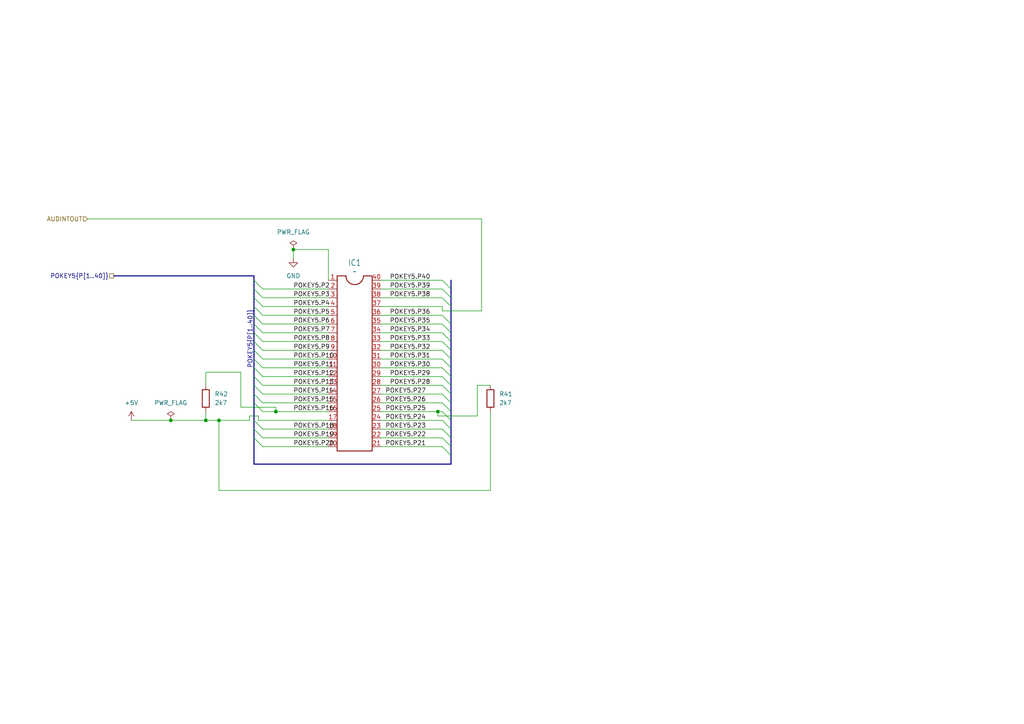
<source format=kicad_sch>
(kicad_sch
	(version 20250114)
	(generator "eeschema")
	(generator_version "9.0")
	(uuid "3e52fe32-0f8d-444f-8a4c-71cf9324a62d")
	(paper "A4")
	(lib_symbols
		(symbol "Device:R"
			(pin_numbers
				(hide yes)
			)
			(pin_names
				(offset 0)
			)
			(exclude_from_sim no)
			(in_bom yes)
			(on_board yes)
			(property "Reference" "R"
				(at 2.032 0 90)
				(effects
					(font
						(size 1.27 1.27)
					)
				)
			)
			(property "Value" "R"
				(at 0 0 90)
				(effects
					(font
						(size 1.27 1.27)
					)
				)
			)
			(property "Footprint" ""
				(at -1.778 0 90)
				(effects
					(font
						(size 1.27 1.27)
					)
					(hide yes)
				)
			)
			(property "Datasheet" "~"
				(at 0 0 0)
				(effects
					(font
						(size 1.27 1.27)
					)
					(hide yes)
				)
			)
			(property "Description" "Resistor"
				(at 0 0 0)
				(effects
					(font
						(size 1.27 1.27)
					)
					(hide yes)
				)
			)
			(property "ki_keywords" "R res resistor"
				(at 0 0 0)
				(effects
					(font
						(size 1.27 1.27)
					)
					(hide yes)
				)
			)
			(property "ki_fp_filters" "R_*"
				(at 0 0 0)
				(effects
					(font
						(size 1.27 1.27)
					)
					(hide yes)
				)
			)
			(symbol "R_0_1"
				(rectangle
					(start -1.016 -2.54)
					(end 1.016 2.54)
					(stroke
						(width 0.254)
						(type default)
					)
					(fill
						(type none)
					)
				)
			)
			(symbol "R_1_1"
				(pin passive line
					(at 0 3.81 270)
					(length 1.27)
					(name "~"
						(effects
							(font
								(size 1.27 1.27)
							)
						)
					)
					(number "1"
						(effects
							(font
								(size 1.27 1.27)
							)
						)
					)
				)
				(pin passive line
					(at 0 -3.81 90)
					(length 1.27)
					(name "~"
						(effects
							(font
								(size 1.27 1.27)
							)
						)
					)
					(number "2"
						(effects
							(font
								(size 1.27 1.27)
							)
						)
					)
				)
			)
			(embedded_fonts no)
		)
		(symbol "ic-package:DIL40"
			(exclude_from_sim no)
			(in_bom yes)
			(on_board yes)
			(property "Reference" "IC"
				(at -4.445 24.765 0)
				(effects
					(font
						(size 1.778 1.5113)
					)
					(justify left bottom)
				)
			)
			(property "Value" ""
				(at -4.445 -29.21 0)
				(effects
					(font
						(size 1.778 1.5113)
					)
					(justify left bottom)
				)
			)
			(property "Footprint" "ic-package:DIL40"
				(at 0 0 0)
				(effects
					(font
						(size 1.27 1.27)
					)
					(hide yes)
				)
			)
			(property "Datasheet" ""
				(at 0 0 0)
				(effects
					(font
						(size 1.27 1.27)
					)
					(hide yes)
				)
			)
			(property "Description" "Dual In Line"
				(at 0 0 0)
				(effects
					(font
						(size 1.27 1.27)
					)
					(hide yes)
				)
			)
			(property "ki_locked" ""
				(at 0 0 0)
				(effects
					(font
						(size 1.27 1.27)
					)
				)
			)
			(symbol "DIL40_1_0"
				(polyline
					(pts
						(xy -5.08 24.13) (xy -5.08 -26.67)
					)
					(stroke
						(width 0.254)
						(type solid)
					)
					(fill
						(type none)
					)
				)
				(polyline
					(pts
						(xy -5.08 24.13) (xy -2.54 24.13)
					)
					(stroke
						(width 0.254)
						(type solid)
					)
					(fill
						(type none)
					)
				)
				(polyline
					(pts
						(xy -5.08 -26.67) (xy 5.08 -26.67)
					)
					(stroke
						(width 0.254)
						(type solid)
					)
					(fill
						(type none)
					)
				)
				(arc
					(start 2.54 24.13)
					(mid 0 21.59)
					(end -2.54 24.13)
					(stroke
						(width 0.254)
						(type solid)
					)
					(fill
						(type none)
					)
				)
				(polyline
					(pts
						(xy 5.08 24.13) (xy 2.54 24.13)
					)
					(stroke
						(width 0.254)
						(type solid)
					)
					(fill
						(type none)
					)
				)
				(polyline
					(pts
						(xy 5.08 -26.67) (xy 5.08 24.13)
					)
					(stroke
						(width 0.254)
						(type solid)
					)
					(fill
						(type none)
					)
				)
				(pin passive line
					(at -7.62 22.86 0)
					(length 2.54)
					(name "1"
						(effects
							(font
								(size 0 0)
							)
						)
					)
					(number "1"
						(effects
							(font
								(size 1.27 1.27)
							)
						)
					)
				)
				(pin passive line
					(at -7.62 20.32 0)
					(length 2.54)
					(name "2"
						(effects
							(font
								(size 0 0)
							)
						)
					)
					(number "2"
						(effects
							(font
								(size 1.27 1.27)
							)
						)
					)
				)
				(pin passive line
					(at -7.62 17.78 0)
					(length 2.54)
					(name "3"
						(effects
							(font
								(size 0 0)
							)
						)
					)
					(number "3"
						(effects
							(font
								(size 1.27 1.27)
							)
						)
					)
				)
				(pin passive line
					(at -7.62 15.24 0)
					(length 2.54)
					(name "4"
						(effects
							(font
								(size 0 0)
							)
						)
					)
					(number "4"
						(effects
							(font
								(size 1.27 1.27)
							)
						)
					)
				)
				(pin passive line
					(at -7.62 12.7 0)
					(length 2.54)
					(name "5"
						(effects
							(font
								(size 0 0)
							)
						)
					)
					(number "5"
						(effects
							(font
								(size 1.27 1.27)
							)
						)
					)
				)
				(pin passive line
					(at -7.62 10.16 0)
					(length 2.54)
					(name "6"
						(effects
							(font
								(size 0 0)
							)
						)
					)
					(number "6"
						(effects
							(font
								(size 1.27 1.27)
							)
						)
					)
				)
				(pin passive line
					(at -7.62 7.62 0)
					(length 2.54)
					(name "7"
						(effects
							(font
								(size 0 0)
							)
						)
					)
					(number "7"
						(effects
							(font
								(size 1.27 1.27)
							)
						)
					)
				)
				(pin passive line
					(at -7.62 5.08 0)
					(length 2.54)
					(name "8"
						(effects
							(font
								(size 0 0)
							)
						)
					)
					(number "8"
						(effects
							(font
								(size 1.27 1.27)
							)
						)
					)
				)
				(pin passive line
					(at -7.62 2.54 0)
					(length 2.54)
					(name "9"
						(effects
							(font
								(size 0 0)
							)
						)
					)
					(number "9"
						(effects
							(font
								(size 1.27 1.27)
							)
						)
					)
				)
				(pin passive line
					(at -7.62 0 0)
					(length 2.54)
					(name "10"
						(effects
							(font
								(size 0 0)
							)
						)
					)
					(number "10"
						(effects
							(font
								(size 1.27 1.27)
							)
						)
					)
				)
				(pin passive line
					(at -7.62 -2.54 0)
					(length 2.54)
					(name "11"
						(effects
							(font
								(size 0 0)
							)
						)
					)
					(number "11"
						(effects
							(font
								(size 1.27 1.27)
							)
						)
					)
				)
				(pin passive line
					(at -7.62 -5.08 0)
					(length 2.54)
					(name "12"
						(effects
							(font
								(size 0 0)
							)
						)
					)
					(number "12"
						(effects
							(font
								(size 1.27 1.27)
							)
						)
					)
				)
				(pin passive line
					(at -7.62 -7.62 0)
					(length 2.54)
					(name "13"
						(effects
							(font
								(size 0 0)
							)
						)
					)
					(number "13"
						(effects
							(font
								(size 1.27 1.27)
							)
						)
					)
				)
				(pin passive line
					(at -7.62 -10.16 0)
					(length 2.54)
					(name "14"
						(effects
							(font
								(size 0 0)
							)
						)
					)
					(number "14"
						(effects
							(font
								(size 1.27 1.27)
							)
						)
					)
				)
				(pin passive line
					(at -7.62 -12.7 0)
					(length 2.54)
					(name "15"
						(effects
							(font
								(size 0 0)
							)
						)
					)
					(number "15"
						(effects
							(font
								(size 1.27 1.27)
							)
						)
					)
				)
				(pin passive line
					(at -7.62 -15.24 0)
					(length 2.54)
					(name "16"
						(effects
							(font
								(size 0 0)
							)
						)
					)
					(number "16"
						(effects
							(font
								(size 1.27 1.27)
							)
						)
					)
				)
				(pin passive line
					(at -7.62 -17.78 0)
					(length 2.54)
					(name "17"
						(effects
							(font
								(size 0 0)
							)
						)
					)
					(number "17"
						(effects
							(font
								(size 1.27 1.27)
							)
						)
					)
				)
				(pin passive line
					(at -7.62 -20.32 0)
					(length 2.54)
					(name "18"
						(effects
							(font
								(size 0 0)
							)
						)
					)
					(number "18"
						(effects
							(font
								(size 1.27 1.27)
							)
						)
					)
				)
				(pin passive line
					(at -7.62 -22.86 0)
					(length 2.54)
					(name "19"
						(effects
							(font
								(size 0 0)
							)
						)
					)
					(number "19"
						(effects
							(font
								(size 1.27 1.27)
							)
						)
					)
				)
				(pin passive line
					(at -7.62 -25.4 0)
					(length 2.54)
					(name "20"
						(effects
							(font
								(size 0 0)
							)
						)
					)
					(number "20"
						(effects
							(font
								(size 1.27 1.27)
							)
						)
					)
				)
				(pin passive line
					(at 7.62 22.86 180)
					(length 2.54)
					(name "40"
						(effects
							(font
								(size 0 0)
							)
						)
					)
					(number "40"
						(effects
							(font
								(size 1.27 1.27)
							)
						)
					)
				)
				(pin passive line
					(at 7.62 20.32 180)
					(length 2.54)
					(name "39"
						(effects
							(font
								(size 0 0)
							)
						)
					)
					(number "39"
						(effects
							(font
								(size 1.27 1.27)
							)
						)
					)
				)
				(pin passive line
					(at 7.62 17.78 180)
					(length 2.54)
					(name "38"
						(effects
							(font
								(size 0 0)
							)
						)
					)
					(number "38"
						(effects
							(font
								(size 1.27 1.27)
							)
						)
					)
				)
				(pin passive line
					(at 7.62 15.24 180)
					(length 2.54)
					(name "37"
						(effects
							(font
								(size 0 0)
							)
						)
					)
					(number "37"
						(effects
							(font
								(size 1.27 1.27)
							)
						)
					)
				)
				(pin passive line
					(at 7.62 12.7 180)
					(length 2.54)
					(name "36"
						(effects
							(font
								(size 0 0)
							)
						)
					)
					(number "36"
						(effects
							(font
								(size 1.27 1.27)
							)
						)
					)
				)
				(pin passive line
					(at 7.62 10.16 180)
					(length 2.54)
					(name "35"
						(effects
							(font
								(size 0 0)
							)
						)
					)
					(number "35"
						(effects
							(font
								(size 1.27 1.27)
							)
						)
					)
				)
				(pin passive line
					(at 7.62 7.62 180)
					(length 2.54)
					(name "34"
						(effects
							(font
								(size 0 0)
							)
						)
					)
					(number "34"
						(effects
							(font
								(size 1.27 1.27)
							)
						)
					)
				)
				(pin passive line
					(at 7.62 5.08 180)
					(length 2.54)
					(name "33"
						(effects
							(font
								(size 0 0)
							)
						)
					)
					(number "33"
						(effects
							(font
								(size 1.27 1.27)
							)
						)
					)
				)
				(pin passive line
					(at 7.62 2.54 180)
					(length 2.54)
					(name "32"
						(effects
							(font
								(size 0 0)
							)
						)
					)
					(number "32"
						(effects
							(font
								(size 1.27 1.27)
							)
						)
					)
				)
				(pin passive line
					(at 7.62 0 180)
					(length 2.54)
					(name "31"
						(effects
							(font
								(size 0 0)
							)
						)
					)
					(number "31"
						(effects
							(font
								(size 1.27 1.27)
							)
						)
					)
				)
				(pin passive line
					(at 7.62 -2.54 180)
					(length 2.54)
					(name "30"
						(effects
							(font
								(size 0 0)
							)
						)
					)
					(number "30"
						(effects
							(font
								(size 1.27 1.27)
							)
						)
					)
				)
				(pin passive line
					(at 7.62 -5.08 180)
					(length 2.54)
					(name "29"
						(effects
							(font
								(size 0 0)
							)
						)
					)
					(number "29"
						(effects
							(font
								(size 1.27 1.27)
							)
						)
					)
				)
				(pin passive line
					(at 7.62 -7.62 180)
					(length 2.54)
					(name "28"
						(effects
							(font
								(size 0 0)
							)
						)
					)
					(number "28"
						(effects
							(font
								(size 1.27 1.27)
							)
						)
					)
				)
				(pin passive line
					(at 7.62 -10.16 180)
					(length 2.54)
					(name "27"
						(effects
							(font
								(size 0 0)
							)
						)
					)
					(number "27"
						(effects
							(font
								(size 1.27 1.27)
							)
						)
					)
				)
				(pin passive line
					(at 7.62 -12.7 180)
					(length 2.54)
					(name "26"
						(effects
							(font
								(size 0 0)
							)
						)
					)
					(number "26"
						(effects
							(font
								(size 1.27 1.27)
							)
						)
					)
				)
				(pin passive line
					(at 7.62 -15.24 180)
					(length 2.54)
					(name "25"
						(effects
							(font
								(size 0 0)
							)
						)
					)
					(number "25"
						(effects
							(font
								(size 1.27 1.27)
							)
						)
					)
				)
				(pin passive line
					(at 7.62 -17.78 180)
					(length 2.54)
					(name "24"
						(effects
							(font
								(size 0 0)
							)
						)
					)
					(number "24"
						(effects
							(font
								(size 1.27 1.27)
							)
						)
					)
				)
				(pin passive line
					(at 7.62 -20.32 180)
					(length 2.54)
					(name "23"
						(effects
							(font
								(size 0 0)
							)
						)
					)
					(number "23"
						(effects
							(font
								(size 1.27 1.27)
							)
						)
					)
				)
				(pin passive line
					(at 7.62 -22.86 180)
					(length 2.54)
					(name "22"
						(effects
							(font
								(size 0 0)
							)
						)
					)
					(number "22"
						(effects
							(font
								(size 1.27 1.27)
							)
						)
					)
				)
				(pin passive line
					(at 7.62 -25.4 180)
					(length 2.54)
					(name "21"
						(effects
							(font
								(size 0 0)
							)
						)
					)
					(number "21"
						(effects
							(font
								(size 1.27 1.27)
							)
						)
					)
				)
			)
			(embedded_fonts no)
		)
		(symbol "power:+5V"
			(power)
			(pin_numbers
				(hide yes)
			)
			(pin_names
				(offset 0)
				(hide yes)
			)
			(exclude_from_sim no)
			(in_bom yes)
			(on_board yes)
			(property "Reference" "#PWR"
				(at 0 -3.81 0)
				(effects
					(font
						(size 1.27 1.27)
					)
					(hide yes)
				)
			)
			(property "Value" "+5V"
				(at 0 3.556 0)
				(effects
					(font
						(size 1.27 1.27)
					)
				)
			)
			(property "Footprint" ""
				(at 0 0 0)
				(effects
					(font
						(size 1.27 1.27)
					)
					(hide yes)
				)
			)
			(property "Datasheet" ""
				(at 0 0 0)
				(effects
					(font
						(size 1.27 1.27)
					)
					(hide yes)
				)
			)
			(property "Description" "Power symbol creates a global label with name \"+5V\""
				(at 0 0 0)
				(effects
					(font
						(size 1.27 1.27)
					)
					(hide yes)
				)
			)
			(property "ki_keywords" "global power"
				(at 0 0 0)
				(effects
					(font
						(size 1.27 1.27)
					)
					(hide yes)
				)
			)
			(symbol "+5V_0_1"
				(polyline
					(pts
						(xy -0.762 1.27) (xy 0 2.54)
					)
					(stroke
						(width 0)
						(type default)
					)
					(fill
						(type none)
					)
				)
				(polyline
					(pts
						(xy 0 2.54) (xy 0.762 1.27)
					)
					(stroke
						(width 0)
						(type default)
					)
					(fill
						(type none)
					)
				)
				(polyline
					(pts
						(xy 0 0) (xy 0 2.54)
					)
					(stroke
						(width 0)
						(type default)
					)
					(fill
						(type none)
					)
				)
			)
			(symbol "+5V_1_1"
				(pin power_in line
					(at 0 0 90)
					(length 0)
					(name "~"
						(effects
							(font
								(size 1.27 1.27)
							)
						)
					)
					(number "1"
						(effects
							(font
								(size 1.27 1.27)
							)
						)
					)
				)
			)
			(embedded_fonts no)
		)
		(symbol "power:GND"
			(power)
			(pin_numbers
				(hide yes)
			)
			(pin_names
				(offset 0)
				(hide yes)
			)
			(exclude_from_sim no)
			(in_bom yes)
			(on_board yes)
			(property "Reference" "#PWR"
				(at 0 -6.35 0)
				(effects
					(font
						(size 1.27 1.27)
					)
					(hide yes)
				)
			)
			(property "Value" "GND"
				(at 0 -3.81 0)
				(effects
					(font
						(size 1.27 1.27)
					)
				)
			)
			(property "Footprint" ""
				(at 0 0 0)
				(effects
					(font
						(size 1.27 1.27)
					)
					(hide yes)
				)
			)
			(property "Datasheet" ""
				(at 0 0 0)
				(effects
					(font
						(size 1.27 1.27)
					)
					(hide yes)
				)
			)
			(property "Description" "Power symbol creates a global label with name \"GND\" , ground"
				(at 0 0 0)
				(effects
					(font
						(size 1.27 1.27)
					)
					(hide yes)
				)
			)
			(property "ki_keywords" "global power"
				(at 0 0 0)
				(effects
					(font
						(size 1.27 1.27)
					)
					(hide yes)
				)
			)
			(symbol "GND_0_1"
				(polyline
					(pts
						(xy 0 0) (xy 0 -1.27) (xy 1.27 -1.27) (xy 0 -2.54) (xy -1.27 -1.27) (xy 0 -1.27)
					)
					(stroke
						(width 0)
						(type default)
					)
					(fill
						(type none)
					)
				)
			)
			(symbol "GND_1_1"
				(pin power_in line
					(at 0 0 270)
					(length 0)
					(name "~"
						(effects
							(font
								(size 1.27 1.27)
							)
						)
					)
					(number "1"
						(effects
							(font
								(size 1.27 1.27)
							)
						)
					)
				)
			)
			(embedded_fonts no)
		)
		(symbol "power:PWR_FLAG"
			(power)
			(pin_numbers
				(hide yes)
			)
			(pin_names
				(offset 0)
				(hide yes)
			)
			(exclude_from_sim no)
			(in_bom yes)
			(on_board yes)
			(property "Reference" "#FLG"
				(at 0 1.905 0)
				(effects
					(font
						(size 1.27 1.27)
					)
					(hide yes)
				)
			)
			(property "Value" "PWR_FLAG"
				(at 0 3.81 0)
				(effects
					(font
						(size 1.27 1.27)
					)
				)
			)
			(property "Footprint" ""
				(at 0 0 0)
				(effects
					(font
						(size 1.27 1.27)
					)
					(hide yes)
				)
			)
			(property "Datasheet" "~"
				(at 0 0 0)
				(effects
					(font
						(size 1.27 1.27)
					)
					(hide yes)
				)
			)
			(property "Description" "Special symbol for telling ERC where power comes from"
				(at 0 0 0)
				(effects
					(font
						(size 1.27 1.27)
					)
					(hide yes)
				)
			)
			(property "ki_keywords" "flag power"
				(at 0 0 0)
				(effects
					(font
						(size 1.27 1.27)
					)
					(hide yes)
				)
			)
			(symbol "PWR_FLAG_0_0"
				(pin power_out line
					(at 0 0 90)
					(length 0)
					(name "~"
						(effects
							(font
								(size 1.27 1.27)
							)
						)
					)
					(number "1"
						(effects
							(font
								(size 1.27 1.27)
							)
						)
					)
				)
			)
			(symbol "PWR_FLAG_0_1"
				(polyline
					(pts
						(xy 0 0) (xy 0 1.27) (xy -1.016 1.905) (xy 0 2.54) (xy 1.016 1.905) (xy 0 1.27)
					)
					(stroke
						(width 0)
						(type default)
					)
					(fill
						(type none)
					)
				)
			)
			(embedded_fonts no)
		)
	)
	(junction
		(at 85.09 72.39)
		(diameter 0)
		(color 0 0 0 0)
		(uuid "1ed64289-6c81-40b0-933e-0fa754e83a14")
	)
	(junction
		(at 127 119.38)
		(diameter 0)
		(color 0 0 0 0)
		(uuid "61320ecb-7f6a-472e-9972-27fd9268f6e3")
	)
	(junction
		(at 63.5 121.92)
		(diameter 0)
		(color 0 0 0 0)
		(uuid "7ffb070b-2772-4fc6-a1b1-b86a782caed0")
	)
	(junction
		(at 49.53 121.92)
		(diameter 0)
		(color 0 0 0 0)
		(uuid "a0f58263-58c9-4fbe-9cc2-21107b7053ee")
	)
	(junction
		(at 80.01 119.38)
		(diameter 0)
		(color 0 0 0 0)
		(uuid "c21e31e5-01eb-439d-af3d-08f4aaa80a2e")
	)
	(junction
		(at 59.69 121.92)
		(diameter 0)
		(color 0 0 0 0)
		(uuid "f09763e9-35b2-4176-8073-8f2f4164852b")
	)
	(bus_entry
		(at 128.27 96.52)
		(size 2.54 2.54)
		(stroke
			(width 0)
			(type default)
		)
		(uuid "037bee40-bd4b-40f9-b5ca-6db1502b06be")
	)
	(bus_entry
		(at 128.27 101.6)
		(size 2.54 2.54)
		(stroke
			(width 0)
			(type default)
		)
		(uuid "113afd85-6438-47e0-a368-bc4954492324")
	)
	(bus_entry
		(at 73.66 121.92)
		(size 2.54 2.54)
		(stroke
			(width 0)
			(type default)
		)
		(uuid "169b4eeb-18b3-4a02-99f3-eb4e656220fb")
	)
	(bus_entry
		(at 128.27 114.3)
		(size 2.54 2.54)
		(stroke
			(width 0)
			(type default)
		)
		(uuid "18433b14-8501-42d6-b004-f694596915fb")
	)
	(bus_entry
		(at 128.27 129.54)
		(size 2.54 2.54)
		(stroke
			(width 0)
			(type default)
		)
		(uuid "1de49a00-8f1b-42ef-a147-cfed507b3591")
	)
	(bus_entry
		(at 73.66 114.3)
		(size 2.54 2.54)
		(stroke
			(width 0)
			(type default)
		)
		(uuid "24097e08-a345-484a-9539-0e2eb4af6326")
	)
	(bus_entry
		(at 73.66 99.06)
		(size 2.54 2.54)
		(stroke
			(width 0)
			(type default)
		)
		(uuid "284dca3b-b649-49d3-aadf-51dffed60990")
	)
	(bus_entry
		(at 73.66 93.98)
		(size 2.54 2.54)
		(stroke
			(width 0)
			(type default)
		)
		(uuid "2865a758-2106-480d-b137-c7d186a64854")
	)
	(bus_entry
		(at 128.27 81.28)
		(size 2.54 2.54)
		(stroke
			(width 0)
			(type default)
		)
		(uuid "32ef6e63-c5f1-4d9b-800a-7397cf326dc5")
	)
	(bus_entry
		(at 73.66 109.22)
		(size 2.54 2.54)
		(stroke
			(width 0)
			(type default)
		)
		(uuid "39eae5f3-ff77-4130-9fb8-837a87283d4d")
	)
	(bus_entry
		(at 128.27 106.68)
		(size 2.54 2.54)
		(stroke
			(width 0)
			(type default)
		)
		(uuid "4603efe6-dae1-4c11-8f40-29524d86439c")
	)
	(bus_entry
		(at 128.27 121.92)
		(size 2.54 2.54)
		(stroke
			(width 0)
			(type default)
		)
		(uuid "4a7aa148-daee-489c-bafc-a459a144cf5e")
	)
	(bus_entry
		(at 73.66 86.36)
		(size 2.54 2.54)
		(stroke
			(width 0)
			(type default)
		)
		(uuid "581e6488-7f29-432d-a552-cb9e691a1c54")
	)
	(bus_entry
		(at 128.27 83.82)
		(size 2.54 2.54)
		(stroke
			(width 0)
			(type default)
		)
		(uuid "58e648ba-1f83-480a-81e7-a1d1b53e6a63")
	)
	(bus_entry
		(at 73.66 83.82)
		(size 2.54 2.54)
		(stroke
			(width 0)
			(type default)
		)
		(uuid "5921d07e-82fd-4d0d-a6eb-7b868a616ab2")
	)
	(bus_entry
		(at 73.66 96.52)
		(size 2.54 2.54)
		(stroke
			(width 0)
			(type default)
		)
		(uuid "66ab7f6e-be10-481a-b0ad-fe02b6838669")
	)
	(bus_entry
		(at 128.27 109.22)
		(size 2.54 2.54)
		(stroke
			(width 0)
			(type default)
		)
		(uuid "680c6580-28d1-4665-b8e0-a2dd82e959c6")
	)
	(bus_entry
		(at 128.27 86.36)
		(size 2.54 2.54)
		(stroke
			(width 0)
			(type default)
		)
		(uuid "779819c7-e3fd-41e6-9d40-f162bf34c1b3")
	)
	(bus_entry
		(at 73.66 104.14)
		(size 2.54 2.54)
		(stroke
			(width 0)
			(type default)
		)
		(uuid "77f28b53-99c7-4664-aa46-03915af59150")
	)
	(bus_entry
		(at 73.66 116.84)
		(size 2.54 2.54)
		(stroke
			(width 0)
			(type default)
		)
		(uuid "7ba34bdd-9a33-47bc-a443-847d8462236a")
	)
	(bus_entry
		(at 128.27 119.38)
		(size 2.54 2.54)
		(stroke
			(width 0)
			(type default)
		)
		(uuid "7fbe4804-8bcd-4920-bee8-d4c01f531d57")
	)
	(bus_entry
		(at 73.66 81.28)
		(size 2.54 2.54)
		(stroke
			(width 0)
			(type default)
		)
		(uuid "8331c849-9359-4b54-aca4-88cadf78dbf6")
	)
	(bus_entry
		(at 128.27 124.46)
		(size 2.54 2.54)
		(stroke
			(width 0)
			(type default)
		)
		(uuid "896c7815-5b45-4328-b55c-51bc595fbd9b")
	)
	(bus_entry
		(at 128.27 104.14)
		(size 2.54 2.54)
		(stroke
			(width 0)
			(type default)
		)
		(uuid "8de88bf9-6e14-40a1-aa73-1674f8c09d40")
	)
	(bus_entry
		(at 73.66 127)
		(size 2.54 2.54)
		(stroke
			(width 0)
			(type default)
		)
		(uuid "9945a701-3349-4968-99d0-4e7e0f400d8c")
	)
	(bus_entry
		(at 128.27 99.06)
		(size 2.54 2.54)
		(stroke
			(width 0)
			(type default)
		)
		(uuid "a214277e-55f0-4b74-a559-49cdb917d1cc")
	)
	(bus_entry
		(at 73.66 111.76)
		(size 2.54 2.54)
		(stroke
			(width 0)
			(type default)
		)
		(uuid "a38e835a-6b66-424f-b71a-d4aa29064ad3")
	)
	(bus_entry
		(at 128.27 91.44)
		(size 2.54 2.54)
		(stroke
			(width 0)
			(type default)
		)
		(uuid "ad056e38-af22-4233-ba79-febbeaba3226")
	)
	(bus_entry
		(at 73.66 91.44)
		(size 2.54 2.54)
		(stroke
			(width 0)
			(type default)
		)
		(uuid "b4bef92a-8e6e-4f48-a3e8-73633fb13bb4")
	)
	(bus_entry
		(at 128.27 93.98)
		(size 2.54 2.54)
		(stroke
			(width 0)
			(type default)
		)
		(uuid "b4d3624b-0768-48fb-a29c-bc7852b60021")
	)
	(bus_entry
		(at 128.27 127)
		(size 2.54 2.54)
		(stroke
			(width 0)
			(type default)
		)
		(uuid "b93ff984-353a-4e94-8fbe-905fa180e81e")
	)
	(bus_entry
		(at 128.27 111.76)
		(size 2.54 2.54)
		(stroke
			(width 0)
			(type default)
		)
		(uuid "b9ed0960-5475-4f02-a3ec-499ad7a76426")
	)
	(bus_entry
		(at 73.66 101.6)
		(size 2.54 2.54)
		(stroke
			(width 0)
			(type default)
		)
		(uuid "c04562e3-0ef1-4d11-9f15-92fd030e36d8")
	)
	(bus_entry
		(at 73.66 106.68)
		(size 2.54 2.54)
		(stroke
			(width 0)
			(type default)
		)
		(uuid "cc900e32-a447-490a-be80-507916417b80")
	)
	(bus_entry
		(at 128.27 116.84)
		(size 2.54 2.54)
		(stroke
			(width 0)
			(type default)
		)
		(uuid "f40c1e7b-f5b4-4981-b763-2ae3beb9fd26")
	)
	(bus_entry
		(at 73.66 124.46)
		(size 2.54 2.54)
		(stroke
			(width 0)
			(type default)
		)
		(uuid "ff33b287-f21b-437f-bbd0-8c3b0600b523")
	)
	(bus_entry
		(at 73.66 88.9)
		(size 2.54 2.54)
		(stroke
			(width 0)
			(type default)
		)
		(uuid "ff614b58-d8b2-4913-9e65-6557b7208216")
	)
	(wire
		(pts
			(xy 127 119.38) (xy 127 120.65)
		)
		(stroke
			(width 0)
			(type default)
		)
		(uuid "0145db70-83e2-4929-80ba-e915f84a39f8")
	)
	(wire
		(pts
			(xy 110.49 106.68) (xy 128.27 106.68)
		)
		(stroke
			(width 0)
			(type default)
		)
		(uuid "03561c29-05c7-4aa0-ad47-27bcd668a7fb")
	)
	(bus
		(pts
			(xy 73.66 81.28) (xy 73.66 83.82)
		)
		(stroke
			(width 0)
			(type default)
		)
		(uuid "060d0ba8-289e-445a-88b5-8416337381dd")
	)
	(bus
		(pts
			(xy 73.66 106.68) (xy 73.66 109.22)
		)
		(stroke
			(width 0)
			(type default)
		)
		(uuid "0998bb60-6674-4340-8fe3-68e894ec6849")
	)
	(wire
		(pts
			(xy 85.09 72.39) (xy 85.09 74.93)
		)
		(stroke
			(width 0)
			(type default)
		)
		(uuid "0b1e68fe-6f45-4a8b-9467-5afa2299fc4b")
	)
	(wire
		(pts
			(xy 59.69 119.38) (xy 59.69 121.92)
		)
		(stroke
			(width 0)
			(type default)
		)
		(uuid "0b43712c-ccf4-4d28-9374-b6a0a1454d39")
	)
	(bus
		(pts
			(xy 130.81 96.52) (xy 130.81 99.06)
		)
		(stroke
			(width 0)
			(type default)
		)
		(uuid "0f531588-5757-4fab-a1c6-1090372d27ed")
	)
	(wire
		(pts
			(xy 138.43 120.65) (xy 138.43 111.76)
		)
		(stroke
			(width 0)
			(type default)
		)
		(uuid "1059b409-812b-4198-8100-4e6474e457ee")
	)
	(bus
		(pts
			(xy 73.66 101.6) (xy 73.66 104.14)
		)
		(stroke
			(width 0)
			(type default)
		)
		(uuid "111b80af-ed04-4e55-9fe7-feb2d52c7c9c")
	)
	(wire
		(pts
			(xy 110.49 104.14) (xy 128.27 104.14)
		)
		(stroke
			(width 0)
			(type default)
		)
		(uuid "15e2b927-5703-4e34-b25a-2448c74ace7c")
	)
	(wire
		(pts
			(xy 95.25 81.28) (xy 95.25 72.39)
		)
		(stroke
			(width 0)
			(type default)
		)
		(uuid "16c1d50b-b7cb-403e-be4b-3e8e2f0e6c06")
	)
	(wire
		(pts
			(xy 80.01 118.11) (xy 69.85 118.11)
		)
		(stroke
			(width 0)
			(type default)
		)
		(uuid "18907224-5590-4674-a491-d642c941628b")
	)
	(bus
		(pts
			(xy 130.81 101.6) (xy 130.81 104.14)
		)
		(stroke
			(width 0)
			(type default)
		)
		(uuid "189b9d89-b07b-4e24-8dd5-6c20a1746e50")
	)
	(wire
		(pts
			(xy 110.49 111.76) (xy 128.27 111.76)
		)
		(stroke
			(width 0)
			(type default)
		)
		(uuid "1aacca5e-148e-4724-88d9-a331511d8fd4")
	)
	(bus
		(pts
			(xy 73.66 91.44) (xy 73.66 93.98)
		)
		(stroke
			(width 0)
			(type default)
		)
		(uuid "1f62d69e-a9f9-44d0-9bcf-820cb5b497c8")
	)
	(bus
		(pts
			(xy 130.81 114.3) (xy 130.81 116.84)
		)
		(stroke
			(width 0)
			(type default)
		)
		(uuid "21df3a80-82ab-49f4-a985-8b59e9868f86")
	)
	(bus
		(pts
			(xy 130.81 93.98) (xy 130.81 96.52)
		)
		(stroke
			(width 0)
			(type default)
		)
		(uuid "22802a06-5689-4818-9bea-a03705b2050a")
	)
	(wire
		(pts
			(xy 63.5 121.92) (xy 63.5 142.24)
		)
		(stroke
			(width 0)
			(type default)
		)
		(uuid "240cdf5f-78d0-4fc5-8ea6-82416b435acd")
	)
	(wire
		(pts
			(xy 76.2 91.44) (xy 95.25 91.44)
		)
		(stroke
			(width 0)
			(type default)
		)
		(uuid "24bcb83e-5ea8-4e12-855f-e2bd6bcf1316")
	)
	(bus
		(pts
			(xy 130.81 132.08) (xy 130.81 134.62)
		)
		(stroke
			(width 0)
			(type default)
		)
		(uuid "283ae1ba-0107-4405-af4f-6834585522ad")
	)
	(bus
		(pts
			(xy 130.81 86.36) (xy 130.81 88.9)
		)
		(stroke
			(width 0)
			(type default)
		)
		(uuid "2967fd15-ef55-43ea-9b07-891c910b82ae")
	)
	(wire
		(pts
			(xy 76.2 93.98) (xy 95.25 93.98)
		)
		(stroke
			(width 0)
			(type default)
		)
		(uuid "2a194b8c-5038-4733-93e0-e2d09fbfaeca")
	)
	(bus
		(pts
			(xy 130.81 104.14) (xy 130.81 106.68)
		)
		(stroke
			(width 0)
			(type default)
		)
		(uuid "30c06689-acf9-415b-9e90-8e399d976077")
	)
	(wire
		(pts
			(xy 76.2 124.46) (xy 95.25 124.46)
		)
		(stroke
			(width 0)
			(type default)
		)
		(uuid "32660d86-fba0-4182-8d7b-233a16037a02")
	)
	(wire
		(pts
			(xy 138.43 111.76) (xy 142.24 111.76)
		)
		(stroke
			(width 0)
			(type default)
		)
		(uuid "355c60cc-45f4-4d30-8ccf-43dc8e08c2f8")
	)
	(wire
		(pts
			(xy 127 119.38) (xy 128.27 119.38)
		)
		(stroke
			(width 0)
			(type default)
		)
		(uuid "35aff97b-59ed-4cee-82b4-b1464499abdb")
	)
	(wire
		(pts
			(xy 59.69 121.92) (xy 63.5 121.92)
		)
		(stroke
			(width 0)
			(type default)
		)
		(uuid "3ac0d666-ecd9-444b-bdff-5f68d9296661")
	)
	(wire
		(pts
			(xy 69.85 107.95) (xy 59.69 107.95)
		)
		(stroke
			(width 0)
			(type default)
		)
		(uuid "42c3feb8-f594-471a-9464-e7535b2783c9")
	)
	(wire
		(pts
			(xy 142.24 142.24) (xy 142.24 119.38)
		)
		(stroke
			(width 0)
			(type default)
		)
		(uuid "45a2613b-7672-4282-a22e-52db90785805")
	)
	(wire
		(pts
			(xy 69.85 118.11) (xy 69.85 107.95)
		)
		(stroke
			(width 0)
			(type default)
		)
		(uuid "481b5333-f8b1-4384-b67c-a0e631f12ae8")
	)
	(wire
		(pts
			(xy 76.2 119.38) (xy 80.01 119.38)
		)
		(stroke
			(width 0)
			(type default)
		)
		(uuid "490b26ed-feaa-4f40-988f-259233cdfe40")
	)
	(bus
		(pts
			(xy 130.81 109.22) (xy 130.81 111.76)
		)
		(stroke
			(width 0)
			(type default)
		)
		(uuid "490ffda1-6833-480b-bec8-9263c8487b24")
	)
	(bus
		(pts
			(xy 130.81 119.38) (xy 130.81 121.92)
		)
		(stroke
			(width 0)
			(type default)
		)
		(uuid "498061d1-2601-44d4-92cd-035303806609")
	)
	(bus
		(pts
			(xy 33.02 80.01) (xy 73.66 80.01)
		)
		(stroke
			(width 0)
			(type default)
		)
		(uuid "498607cf-3d98-4854-a036-1647b5a26ebb")
	)
	(wire
		(pts
			(xy 76.2 106.68) (xy 95.25 106.68)
		)
		(stroke
			(width 0)
			(type default)
		)
		(uuid "4b3a731d-b8c4-4b1b-b9ac-9317f825a50b")
	)
	(bus
		(pts
			(xy 73.66 134.62) (xy 130.81 134.62)
		)
		(stroke
			(width 0)
			(type default)
		)
		(uuid "4b9c4ff6-29d7-414b-88c7-b562dff0bfb9")
	)
	(wire
		(pts
			(xy 49.53 121.92) (xy 59.69 121.92)
		)
		(stroke
			(width 0)
			(type default)
		)
		(uuid "4bd1430a-fe7d-42be-b876-d69e2d978aa0")
	)
	(bus
		(pts
			(xy 130.81 127) (xy 130.81 129.54)
		)
		(stroke
			(width 0)
			(type default)
		)
		(uuid "4cce9277-09ed-4259-a018-00ac3984227e")
	)
	(wire
		(pts
			(xy 110.49 109.22) (xy 128.27 109.22)
		)
		(stroke
			(width 0)
			(type default)
		)
		(uuid "4d8cdff2-89e4-4527-932c-5c8a3d1e3942")
	)
	(bus
		(pts
			(xy 73.66 111.76) (xy 73.66 114.3)
		)
		(stroke
			(width 0)
			(type default)
		)
		(uuid "524846fd-1bef-4a4f-a658-ed591ef5977f")
	)
	(wire
		(pts
			(xy 110.49 119.38) (xy 127 119.38)
		)
		(stroke
			(width 0)
			(type default)
		)
		(uuid "5467da68-ac2e-480b-b2b5-5c9e0c99d9bc")
	)
	(wire
		(pts
			(xy 110.49 91.44) (xy 128.27 91.44)
		)
		(stroke
			(width 0)
			(type default)
		)
		(uuid "55474689-c12b-409d-af88-867865197a51")
	)
	(bus
		(pts
			(xy 130.81 116.84) (xy 130.81 119.38)
		)
		(stroke
			(width 0)
			(type default)
		)
		(uuid "56967630-9966-4a91-9a31-eeeff4cf7249")
	)
	(wire
		(pts
			(xy 110.49 129.54) (xy 128.27 129.54)
		)
		(stroke
			(width 0)
			(type default)
		)
		(uuid "57899e11-2e2e-4d5f-9ec4-3c3a4f7a3a4c")
	)
	(wire
		(pts
			(xy 110.49 81.28) (xy 128.27 81.28)
		)
		(stroke
			(width 0)
			(type default)
		)
		(uuid "674039bc-6dc3-40dc-9b4a-e2793bdbad2e")
	)
	(wire
		(pts
			(xy 76.2 101.6) (xy 95.25 101.6)
		)
		(stroke
			(width 0)
			(type default)
		)
		(uuid "6909e8c2-26b9-48f5-83bb-34c3a40c7d6d")
	)
	(wire
		(pts
			(xy 110.49 127) (xy 128.27 127)
		)
		(stroke
			(width 0)
			(type default)
		)
		(uuid "6997c82e-1367-4259-b716-f900bf1c0e7c")
	)
	(bus
		(pts
			(xy 73.66 121.92) (xy 73.66 124.46)
		)
		(stroke
			(width 0)
			(type default)
		)
		(uuid "6e6510b6-39f5-44af-adb8-40265e0362d6")
	)
	(wire
		(pts
			(xy 110.49 99.06) (xy 128.27 99.06)
		)
		(stroke
			(width 0)
			(type default)
		)
		(uuid "70348d11-87f6-4c9e-a3f2-47d5f700ebea")
	)
	(wire
		(pts
			(xy 76.2 111.76) (xy 95.25 111.76)
		)
		(stroke
			(width 0)
			(type default)
		)
		(uuid "713db000-37f8-4b0d-b2c0-e562a6386294")
	)
	(wire
		(pts
			(xy 63.5 121.92) (xy 72.39 121.92)
		)
		(stroke
			(width 0)
			(type default)
		)
		(uuid "732c49f0-e517-4492-8ae4-10b0b07769c6")
	)
	(bus
		(pts
			(xy 130.81 83.82) (xy 130.81 86.36)
		)
		(stroke
			(width 0)
			(type default)
		)
		(uuid "733ae9ef-2df9-481b-b3c7-0b85bfe1edeb")
	)
	(bus
		(pts
			(xy 73.66 88.9) (xy 73.66 91.44)
		)
		(stroke
			(width 0)
			(type default)
		)
		(uuid "77232f56-9095-4bcf-b759-5434ec5c3701")
	)
	(wire
		(pts
			(xy 76.2 83.82) (xy 95.25 83.82)
		)
		(stroke
			(width 0)
			(type default)
		)
		(uuid "77bcc1af-f211-4045-ba1f-bd60ca0f503e")
	)
	(wire
		(pts
			(xy 76.2 104.14) (xy 95.25 104.14)
		)
		(stroke
			(width 0)
			(type default)
		)
		(uuid "77ea8c11-2652-4c48-98f5-e03191e76cbb")
	)
	(bus
		(pts
			(xy 73.66 86.36) (xy 73.66 88.9)
		)
		(stroke
			(width 0)
			(type default)
		)
		(uuid "7ed179f1-c333-4332-a99c-e1ba3f53b0d9")
	)
	(wire
		(pts
			(xy 110.49 121.92) (xy 128.27 121.92)
		)
		(stroke
			(width 0)
			(type default)
		)
		(uuid "7fd8c35f-982a-4cb2-a0d2-d5656b276dc4")
	)
	(wire
		(pts
			(xy 80.01 119.38) (xy 95.25 119.38)
		)
		(stroke
			(width 0)
			(type default)
		)
		(uuid "820570a3-4265-4bde-bf78-58ead90b2167")
	)
	(wire
		(pts
			(xy 76.2 99.06) (xy 95.25 99.06)
		)
		(stroke
			(width 0)
			(type default)
		)
		(uuid "827149da-a52c-4d7c-9841-71af68e0b5fa")
	)
	(wire
		(pts
			(xy 127 120.65) (xy 138.43 120.65)
		)
		(stroke
			(width 0)
			(type default)
		)
		(uuid "83f5e2f0-be4e-49be-82d7-fae70cd3cf0e")
	)
	(bus
		(pts
			(xy 130.81 88.9) (xy 130.81 93.98)
		)
		(stroke
			(width 0)
			(type default)
		)
		(uuid "851dfb1a-8022-4877-bbf2-5b65c69fb279")
	)
	(bus
		(pts
			(xy 73.66 104.14) (xy 73.66 106.68)
		)
		(stroke
			(width 0)
			(type default)
		)
		(uuid "869a5d74-6f30-4ff1-abae-9b2c0158577a")
	)
	(wire
		(pts
			(xy 110.49 88.9) (xy 128.27 88.9)
		)
		(stroke
			(width 0)
			(type default)
		)
		(uuid "8a1faf1c-3f50-47e7-a6ee-6a7da0b2271d")
	)
	(wire
		(pts
			(xy 76.2 114.3) (xy 95.25 114.3)
		)
		(stroke
			(width 0)
			(type default)
		)
		(uuid "8b5022fe-f4a9-4830-8cbc-8c934cd1dc50")
	)
	(wire
		(pts
			(xy 72.39 120.65) (xy 74.93 120.65)
		)
		(stroke
			(width 0)
			(type default)
		)
		(uuid "915fffa5-9ac9-4c83-b80d-e04266531bef")
	)
	(wire
		(pts
			(xy 72.39 121.92) (xy 72.39 120.65)
		)
		(stroke
			(width 0)
			(type default)
		)
		(uuid "928fe678-a5c9-4b17-b108-ad5a44dcd9bb")
	)
	(wire
		(pts
			(xy 74.93 121.92) (xy 95.25 121.92)
		)
		(stroke
			(width 0)
			(type default)
		)
		(uuid "92a7e03b-5fab-4ada-863b-804284c09795")
	)
	(bus
		(pts
			(xy 130.81 124.46) (xy 130.81 127)
		)
		(stroke
			(width 0)
			(type default)
		)
		(uuid "977e233f-69ac-4ada-94d0-06b5633b4b4d")
	)
	(bus
		(pts
			(xy 73.66 124.46) (xy 73.66 127)
		)
		(stroke
			(width 0)
			(type default)
		)
		(uuid "977e9b47-b841-4b8b-8de8-3decb0ad7620")
	)
	(bus
		(pts
			(xy 130.81 81.28) (xy 130.81 83.82)
		)
		(stroke
			(width 0)
			(type default)
		)
		(uuid "9a57d21f-7e39-4460-a9fd-a134018b760b")
	)
	(wire
		(pts
			(xy 110.49 83.82) (xy 128.27 83.82)
		)
		(stroke
			(width 0)
			(type default)
		)
		(uuid "9c8bef3b-2a20-4802-8d6e-31a5c2bb9a86")
	)
	(bus
		(pts
			(xy 73.66 80.01) (xy 73.66 81.28)
		)
		(stroke
			(width 0)
			(type default)
		)
		(uuid "9d2e5a01-d273-4de8-876a-1c7d8fa2a3d0")
	)
	(wire
		(pts
			(xy 38.1 121.92) (xy 49.53 121.92)
		)
		(stroke
			(width 0)
			(type default)
		)
		(uuid "a1754447-8867-45ab-a843-96e402b0ae89")
	)
	(bus
		(pts
			(xy 73.66 99.06) (xy 73.66 101.6)
		)
		(stroke
			(width 0)
			(type default)
		)
		(uuid "a3d06299-b040-487d-923c-43c2d6b2688b")
	)
	(bus
		(pts
			(xy 130.81 99.06) (xy 130.81 101.6)
		)
		(stroke
			(width 0)
			(type default)
		)
		(uuid "acee45d6-042e-4fd9-8b34-a5377d806cab")
	)
	(wire
		(pts
			(xy 110.49 93.98) (xy 128.27 93.98)
		)
		(stroke
			(width 0)
			(type default)
		)
		(uuid "aedcc25e-1802-4b1f-8177-467292361bb7")
	)
	(bus
		(pts
			(xy 130.81 121.92) (xy 130.81 124.46)
		)
		(stroke
			(width 0)
			(type default)
		)
		(uuid "b239b66d-78b3-496f-bc3f-5a445b9b4f3c")
	)
	(bus
		(pts
			(xy 130.81 129.54) (xy 130.81 132.08)
		)
		(stroke
			(width 0)
			(type default)
		)
		(uuid "b3b34637-bd9a-4ad9-8b0b-61d3273dc338")
	)
	(bus
		(pts
			(xy 130.81 106.68) (xy 130.81 109.22)
		)
		(stroke
			(width 0)
			(type default)
		)
		(uuid "b8c0694c-4d95-414a-bc5d-edefc6a1b02e")
	)
	(bus
		(pts
			(xy 73.66 93.98) (xy 73.66 96.52)
		)
		(stroke
			(width 0)
			(type default)
		)
		(uuid "bea7f8a5-0de7-4b0f-9c1f-c9a67a79d741")
	)
	(wire
		(pts
			(xy 76.2 127) (xy 95.25 127)
		)
		(stroke
			(width 0)
			(type default)
		)
		(uuid "c1e442c8-16b2-4638-b106-1a420aaeecbb")
	)
	(wire
		(pts
			(xy 63.5 142.24) (xy 142.24 142.24)
		)
		(stroke
			(width 0)
			(type default)
		)
		(uuid "c42e05ba-ee5d-4ef8-b650-c01b7b64c31a")
	)
	(bus
		(pts
			(xy 73.66 109.22) (xy 73.66 111.76)
		)
		(stroke
			(width 0)
			(type default)
		)
		(uuid "c4a5a8bf-d6c9-4770-98fd-dea0cf083362")
	)
	(wire
		(pts
			(xy 76.2 96.52) (xy 95.25 96.52)
		)
		(stroke
			(width 0)
			(type default)
		)
		(uuid "c4ec9cf5-d052-448a-8ed2-d3dc7ff8fb4a")
	)
	(wire
		(pts
			(xy 110.49 124.46) (xy 128.27 124.46)
		)
		(stroke
			(width 0)
			(type default)
		)
		(uuid "cdedb996-126e-416c-bb48-f5839d2f21f3")
	)
	(wire
		(pts
			(xy 128.27 88.9) (xy 128.27 90.17)
		)
		(stroke
			(width 0)
			(type default)
		)
		(uuid "d26b4a71-d70f-4cbd-bc4e-4d22084e7fb0")
	)
	(wire
		(pts
			(xy 76.2 116.84) (xy 95.25 116.84)
		)
		(stroke
			(width 0)
			(type default)
		)
		(uuid "d287b66a-201c-4efe-9a82-d954316a3c8b")
	)
	(wire
		(pts
			(xy 76.2 86.36) (xy 95.25 86.36)
		)
		(stroke
			(width 0)
			(type default)
		)
		(uuid "d3cbd293-c529-4d4d-a1d3-17953a81605b")
	)
	(wire
		(pts
			(xy 76.2 109.22) (xy 95.25 109.22)
		)
		(stroke
			(width 0)
			(type default)
		)
		(uuid "d4c9731c-a65b-4c9a-b4de-439498e71c2b")
	)
	(wire
		(pts
			(xy 80.01 119.38) (xy 80.01 118.11)
		)
		(stroke
			(width 0)
			(type default)
		)
		(uuid "d81e11a8-805f-4fa7-8c42-e263d3297382")
	)
	(wire
		(pts
			(xy 95.25 72.39) (xy 85.09 72.39)
		)
		(stroke
			(width 0)
			(type default)
		)
		(uuid "d8c2cfd1-e843-4934-9469-5324b8176860")
	)
	(wire
		(pts
			(xy 59.69 107.95) (xy 59.69 111.76)
		)
		(stroke
			(width 0)
			(type default)
		)
		(uuid "db07836b-ac1d-4e2d-a1f6-e8217229a9c5")
	)
	(bus
		(pts
			(xy 73.66 96.52) (xy 73.66 99.06)
		)
		(stroke
			(width 0)
			(type default)
		)
		(uuid "db42208c-5fd5-45b3-ae12-75ce574a3539")
	)
	(wire
		(pts
			(xy 25.4 63.5) (xy 139.7 63.5)
		)
		(stroke
			(width 0)
			(type default)
		)
		(uuid "dfe94278-66fe-43da-9dcc-d4ce7b69866e")
	)
	(wire
		(pts
			(xy 128.27 90.17) (xy 139.7 90.17)
		)
		(stroke
			(width 0)
			(type default)
		)
		(uuid "e33e61aa-ad45-49f5-9091-100d0bcbb16c")
	)
	(bus
		(pts
			(xy 73.66 83.82) (xy 73.66 86.36)
		)
		(stroke
			(width 0)
			(type default)
		)
		(uuid "e40aa56b-1e4a-405e-b0b3-639893121d69")
	)
	(wire
		(pts
			(xy 76.2 129.54) (xy 95.25 129.54)
		)
		(stroke
			(width 0)
			(type default)
		)
		(uuid "e63b5e37-e2ad-4621-9d80-d36eacdedc17")
	)
	(wire
		(pts
			(xy 74.93 120.65) (xy 74.93 121.92)
		)
		(stroke
			(width 0)
			(type default)
		)
		(uuid "e8b8c200-11ee-4913-80cf-8164f8b60f4e")
	)
	(wire
		(pts
			(xy 110.49 86.36) (xy 128.27 86.36)
		)
		(stroke
			(width 0)
			(type default)
		)
		(uuid "ea2ec5bd-ff1e-411f-ba94-371ab1fc273e")
	)
	(wire
		(pts
			(xy 110.49 96.52) (xy 128.27 96.52)
		)
		(stroke
			(width 0)
			(type default)
		)
		(uuid "ea2f8e86-0185-42d2-bb45-b5718509a62f")
	)
	(wire
		(pts
			(xy 110.49 114.3) (xy 128.27 114.3)
		)
		(stroke
			(width 0)
			(type default)
		)
		(uuid "ea3c1d13-a6bb-45f3-aff8-8bfdd2836e43")
	)
	(bus
		(pts
			(xy 130.81 111.76) (xy 130.81 114.3)
		)
		(stroke
			(width 0)
			(type default)
		)
		(uuid "ea3fbd7d-3d00-4ca6-8e16-791cad033591")
	)
	(wire
		(pts
			(xy 139.7 63.5) (xy 139.7 90.17)
		)
		(stroke
			(width 0)
			(type default)
		)
		(uuid "eae0762b-6d2d-4887-90f5-ead3b6cbbb05")
	)
	(wire
		(pts
			(xy 110.49 116.84) (xy 128.27 116.84)
		)
		(stroke
			(width 0)
			(type default)
		)
		(uuid "edbc53f3-c9fc-450d-b826-8e6f9b9a82cf")
	)
	(bus
		(pts
			(xy 73.66 116.84) (xy 73.66 121.92)
		)
		(stroke
			(width 0)
			(type default)
		)
		(uuid "edce284c-7e4b-43ee-bc5b-0496fd982e2d")
	)
	(wire
		(pts
			(xy 110.49 101.6) (xy 128.27 101.6)
		)
		(stroke
			(width 0)
			(type default)
		)
		(uuid "f189f1fa-5055-4487-9d06-95e626479b04")
	)
	(bus
		(pts
			(xy 73.66 114.3) (xy 73.66 116.84)
		)
		(stroke
			(width 0)
			(type default)
		)
		(uuid "f44465aa-3008-4903-8761-9bd66efa3f1c")
	)
	(bus
		(pts
			(xy 73.66 127) (xy 73.66 134.62)
		)
		(stroke
			(width 0)
			(type default)
		)
		(uuid "fa642dc0-702a-4d3b-bcbc-2a6e4f776b80")
	)
	(wire
		(pts
			(xy 76.2 88.9) (xy 95.25 88.9)
		)
		(stroke
			(width 0)
			(type default)
		)
		(uuid "fea77ab7-874d-4f92-974f-098858410ccd")
	)
	(label "POKEY5.P25"
		(at 111.76 119.38 0)
		(effects
			(font
				(size 1.27 1.27)
			)
			(justify left bottom)
		)
		(uuid "18775586-b5ee-4bc7-a588-64a5ec345626")
	)
	(label "POKEY5.P28"
		(at 113.03 111.76 0)
		(effects
			(font
				(size 1.27 1.27)
			)
			(justify left bottom)
		)
		(uuid "223d6765-eb67-45e9-bb7f-fb8fdb806317")
	)
	(label "POKEY5.P26"
		(at 111.76 116.84 0)
		(effects
			(font
				(size 1.27 1.27)
			)
			(justify left bottom)
		)
		(uuid "24736d06-7ca4-4dc9-b13d-e349e65224f4")
	)
	(label "POKEY5.P16"
		(at 85.09 119.38 0)
		(effects
			(font
				(size 1.27 1.27)
			)
			(justify left bottom)
		)
		(uuid "28be6309-ea30-4169-bba7-24d9881f1a86")
	)
	(label "POKEY5.P6"
		(at 85.09 93.98 0)
		(effects
			(font
				(size 1.27 1.27)
			)
			(justify left bottom)
		)
		(uuid "2a821677-5343-46be-a88f-312032da786f")
	)
	(label "POKEY5.P19"
		(at 85.09 127 0)
		(effects
			(font
				(size 1.27 1.27)
			)
			(justify left bottom)
		)
		(uuid "2a8a55d8-b0ec-4f7e-81a0-6d9e5a98e10b")
	)
	(label "POKEY5.P11"
		(at 85.09 106.68 0)
		(effects
			(font
				(size 1.27 1.27)
			)
			(justify left bottom)
		)
		(uuid "316ded76-3563-438c-9932-8e90e3aeb937")
	)
	(label "POKEY5.P12"
		(at 85.09 109.22 0)
		(effects
			(font
				(size 1.27 1.27)
			)
			(justify left bottom)
		)
		(uuid "35f25622-7a78-44ae-9a31-18ba4e913e08")
	)
	(label "POKEY5.P14"
		(at 85.09 114.3 0)
		(effects
			(font
				(size 1.27 1.27)
			)
			(justify left bottom)
		)
		(uuid "3cbc145f-37f4-4148-9510-cbaf85277b62")
	)
	(label "POKEY5.P40"
		(at 113.03 81.28 0)
		(effects
			(font
				(size 1.27 1.27)
			)
			(justify left bottom)
		)
		(uuid "4aa69541-c4c2-47e5-b19e-3eb72fa8e28a")
	)
	(label "POKEY5.P13"
		(at 85.09 111.76 0)
		(effects
			(font
				(size 1.27 1.27)
			)
			(justify left bottom)
		)
		(uuid "4b9986ac-7caf-459c-9788-ddc3d8ef9ab0")
	)
	(label "POKEY5.P38"
		(at 113.03 86.36 0)
		(effects
			(font
				(size 1.27 1.27)
			)
			(justify left bottom)
		)
		(uuid "4f56d394-05d2-4dcb-be36-328bbedbcaa5")
	)
	(label "POKEY5.P20"
		(at 85.09 129.54 0)
		(effects
			(font
				(size 1.27 1.27)
			)
			(justify left bottom)
		)
		(uuid "4fe39d0f-4fb8-4cc7-9f7a-93d78d74058b")
	)
	(label "POKEY5.P35"
		(at 113.03 93.98 0)
		(effects
			(font
				(size 1.27 1.27)
			)
			(justify left bottom)
		)
		(uuid "55e19db6-5159-46c5-be78-823a9dd82180")
	)
	(label "POKEY5.P9"
		(at 85.09 101.6 0)
		(effects
			(font
				(size 1.27 1.27)
			)
			(justify left bottom)
		)
		(uuid "567ac57e-1d4f-49c2-8317-9679933897ce")
	)
	(label "POKEY5.P39"
		(at 113.03 83.82 0)
		(effects
			(font
				(size 1.27 1.27)
			)
			(justify left bottom)
		)
		(uuid "68c11dad-8116-498d-9866-d47f433ed781")
	)
	(label "POKEY5.P34"
		(at 113.03 96.52 0)
		(effects
			(font
				(size 1.27 1.27)
			)
			(justify left bottom)
		)
		(uuid "6ad95a70-5211-468c-8baa-23af61cfdca3")
	)
	(label "POKEY5{P[1..40]}"
		(at 73.66 106.68 90)
		(effects
			(font
				(size 1.27 1.27)
			)
			(justify left bottom)
		)
		(uuid "6c886145-fc96-4630-9222-0bcfef1333ab")
	)
	(label "POKEY5.P7"
		(at 85.09 96.52 0)
		(effects
			(font
				(size 1.27 1.27)
			)
			(justify left bottom)
		)
		(uuid "6e86c556-7c0a-4ed6-8fde-63e44097520b")
	)
	(label "POKEY5.P33"
		(at 113.03 99.06 0)
		(effects
			(font
				(size 1.27 1.27)
			)
			(justify left bottom)
		)
		(uuid "750fcb6b-cf90-44e6-80f6-a981f47b174d")
	)
	(label "POKEY5.P21"
		(at 111.76 129.54 0)
		(effects
			(font
				(size 1.27 1.27)
			)
			(justify left bottom)
		)
		(uuid "83f02602-36a2-4915-b1f2-805389c9923c")
	)
	(label "POKEY5.P22"
		(at 111.76 127 0)
		(effects
			(font
				(size 1.27 1.27)
			)
			(justify left bottom)
		)
		(uuid "88b85ccf-b52f-4d9f-8144-d4b8e0c35916")
	)
	(label "POKEY5.P31"
		(at 113.03 104.14 0)
		(effects
			(font
				(size 1.27 1.27)
			)
			(justify left bottom)
		)
		(uuid "8bf19ee2-5b46-4c9e-a3bb-68af29e8a11e")
	)
	(label "POKEY5.P36"
		(at 113.03 91.44 0)
		(effects
			(font
				(size 1.27 1.27)
			)
			(justify left bottom)
		)
		(uuid "9818b959-0481-4855-bc8f-3e4acc47e0ce")
	)
	(label "POKEY5.P18"
		(at 85.09 124.46 0)
		(effects
			(font
				(size 1.27 1.27)
			)
			(justify left bottom)
		)
		(uuid "a3da59ed-eeae-4791-b0e8-0885e2c329f0")
	)
	(label "POKEY5.P3"
		(at 85.09 86.36 0)
		(effects
			(font
				(size 1.27 1.27)
			)
			(justify left bottom)
		)
		(uuid "b5d56fb2-26fc-454b-bd17-c0895a85f2ed")
	)
	(label "POKEY5.P32"
		(at 113.03 101.6 0)
		(effects
			(font
				(size 1.27 1.27)
			)
			(justify left bottom)
		)
		(uuid "bae58d6c-3f5e-43ba-881c-642d77e98d5d")
	)
	(label "POKEY5.P27"
		(at 111.76 114.3 0)
		(effects
			(font
				(size 1.27 1.27)
			)
			(justify left bottom)
		)
		(uuid "bcb80b65-cd0d-4582-ad8c-019aab76f912")
	)
	(label "POKEY5.P30"
		(at 113.03 106.68 0)
		(effects
			(font
				(size 1.27 1.27)
			)
			(justify left bottom)
		)
		(uuid "c041e157-de2c-4690-be0c-b7ba1eac7cc0")
	)
	(label "POKEY5.P10"
		(at 85.09 104.14 0)
		(effects
			(font
				(size 1.27 1.27)
			)
			(justify left bottom)
		)
		(uuid "c071093a-703d-4315-bc9f-96275db1cef4")
	)
	(label "POKEY5.P23"
		(at 111.76 124.46 0)
		(effects
			(font
				(size 1.27 1.27)
			)
			(justify left bottom)
		)
		(uuid "c78e9adb-783b-436b-98c7-3de6006f8121")
	)
	(label "POKEY5.P8"
		(at 85.09 99.06 0)
		(effects
			(font
				(size 1.27 1.27)
			)
			(justify left bottom)
		)
		(uuid "cca2fcac-baaa-4b76-a167-f3a88c2bba5f")
	)
	(label "POKEY5.P15"
		(at 85.09 116.84 0)
		(effects
			(font
				(size 1.27 1.27)
			)
			(justify left bottom)
		)
		(uuid "cf0e5c56-bf29-423f-a855-c380fa4d391f")
	)
	(label "POKEY5.P2"
		(at 85.09 83.82 0)
		(effects
			(font
				(size 1.27 1.27)
			)
			(justify left bottom)
		)
		(uuid "d80a9830-281f-44da-bbb8-56d34e255080")
	)
	(label "POKEY5.P4"
		(at 85.09 88.9 0)
		(effects
			(font
				(size 1.27 1.27)
			)
			(justify left bottom)
		)
		(uuid "dee8b6ca-b492-45ca-8875-a4f879625f05")
	)
	(label "POKEY5.P5"
		(at 85.09 91.44 0)
		(effects
			(font
				(size 1.27 1.27)
			)
			(justify left bottom)
		)
		(uuid "e8efbc16-a4d5-4a3c-9276-7cfbee3eb579")
	)
	(label "POKEY5.P29"
		(at 113.03 109.22 0)
		(effects
			(font
				(size 1.27 1.27)
			)
			(justify left bottom)
		)
		(uuid "efcf5413-4320-4870-8521-e15dabc618a6")
	)
	(label "POKEY5.P24"
		(at 111.76 121.92 0)
		(effects
			(font
				(size 1.27 1.27)
			)
			(justify left bottom)
		)
		(uuid "f5b061d1-01e6-41f8-b732-7ed95ce9f23e")
	)
	(hierarchical_label "POKEY5{P[1..40]}"
		(shape passive)
		(at 33.02 80.01 180)
		(effects
			(font
				(size 1.27 1.27)
			)
			(justify right)
		)
		(uuid "11e9d967-b641-45da-98d7-4b7c18ff8d2a")
	)
	(hierarchical_label "AUDINTOUT"
		(shape input)
		(at 25.4 63.5 180)
		(effects
			(font
				(size 1.27 1.27)
			)
			(justify right)
		)
		(uuid "b39d5b4e-6b0c-4662-af0b-b89381866335")
	)
	(symbol
		(lib_id "Device:R")
		(at 59.69 115.57 0)
		(unit 1)
		(exclude_from_sim no)
		(in_bom yes)
		(on_board yes)
		(dnp no)
		(fields_autoplaced yes)
		(uuid "016226ea-290a-4040-b9da-ebe163f11e16")
		(property "Reference" "R42"
			(at 62.23 114.2999 0)
			(effects
				(font
					(size 1.27 1.27)
				)
				(justify left)
			)
		)
		(property "Value" "2k7"
			(at 62.23 116.8399 0)
			(effects
				(font
					(size 1.27 1.27)
				)
				(justify left)
			)
		)
		(property "Footprint" "Resistor_SMD:R_0603_1608Metric"
			(at 57.912 115.57 90)
			(effects
				(font
					(size 1.27 1.27)
				)
				(hide yes)
			)
		)
		(property "Datasheet" "~"
			(at 59.69 115.57 0)
			(effects
				(font
					(size 1.27 1.27)
				)
				(hide yes)
			)
		)
		(property "Description" "Resistor"
			(at 59.69 115.57 0)
			(effects
				(font
					(size 1.27 1.27)
				)
				(hide yes)
			)
		)
		(pin "1"
			(uuid "5f49a019-4594-45ea-9aeb-59f9d896b264")
		)
		(pin "2"
			(uuid "e9d90e7b-4c98-4e92-be22-58d3b4039201")
		)
		(instances
			(project ""
				(path "/f8f92944-710a-49a0-a698-f840e5f20e15/473fb442-f6a6-4f3e-b077-9a313beb11d5"
					(reference "R42")
					(unit 1)
				)
			)
		)
	)
	(symbol
		(lib_id "Device:R")
		(at 142.24 115.57 0)
		(unit 1)
		(exclude_from_sim no)
		(in_bom yes)
		(on_board yes)
		(dnp no)
		(fields_autoplaced yes)
		(uuid "5107e73e-9c85-4941-a8a4-2844e039e162")
		(property "Reference" "R41"
			(at 144.78 114.2999 0)
			(effects
				(font
					(size 1.27 1.27)
				)
				(justify left)
			)
		)
		(property "Value" "2k7"
			(at 144.78 116.8399 0)
			(effects
				(font
					(size 1.27 1.27)
				)
				(justify left)
			)
		)
		(property "Footprint" "Resistor_SMD:R_0603_1608Metric"
			(at 140.462 115.57 90)
			(effects
				(font
					(size 1.27 1.27)
				)
				(hide yes)
			)
		)
		(property "Datasheet" "~"
			(at 142.24 115.57 0)
			(effects
				(font
					(size 1.27 1.27)
				)
				(hide yes)
			)
		)
		(property "Description" "Resistor"
			(at 142.24 115.57 0)
			(effects
				(font
					(size 1.27 1.27)
				)
				(hide yes)
			)
		)
		(pin "1"
			(uuid "829bfd9c-b2c6-4758-ba5f-e8e8038ff0db")
		)
		(pin "2"
			(uuid "bd61c5c3-0ea8-46ba-aa7d-faf7a3dda504")
		)
		(instances
			(project "pokeymin1"
				(path "/f8f92944-710a-49a0-a698-f840e5f20e15/473fb442-f6a6-4f3e-b077-9a313beb11d5"
					(reference "R41")
					(unit 1)
				)
			)
		)
	)
	(symbol
		(lib_id "power:PWR_FLAG")
		(at 85.09 72.39 0)
		(unit 1)
		(exclude_from_sim no)
		(in_bom yes)
		(on_board yes)
		(dnp no)
		(fields_autoplaced yes)
		(uuid "539a3b1d-41ba-4ae0-ac61-9e57721bcd13")
		(property "Reference" "#FLG03"
			(at 85.09 70.485 0)
			(effects
				(font
					(size 1.27 1.27)
				)
				(hide yes)
			)
		)
		(property "Value" "PWR_FLAG"
			(at 85.09 67.31 0)
			(effects
				(font
					(size 1.27 1.27)
				)
			)
		)
		(property "Footprint" ""
			(at 85.09 72.39 0)
			(effects
				(font
					(size 1.27 1.27)
				)
				(hide yes)
			)
		)
		(property "Datasheet" "~"
			(at 85.09 72.39 0)
			(effects
				(font
					(size 1.27 1.27)
				)
				(hide yes)
			)
		)
		(property "Description" "Special symbol for telling ERC where power comes from"
			(at 85.09 72.39 0)
			(effects
				(font
					(size 1.27 1.27)
				)
				(hide yes)
			)
		)
		(pin "1"
			(uuid "0d7f9124-9438-4739-b660-8ae9ee9c0321")
		)
		(instances
			(project ""
				(path "/f8f92944-710a-49a0-a698-f840e5f20e15/473fb442-f6a6-4f3e-b077-9a313beb11d5"
					(reference "#FLG03")
					(unit 1)
				)
			)
		)
	)
	(symbol
		(lib_id "power:GND")
		(at 85.09 74.93 0)
		(unit 1)
		(exclude_from_sim no)
		(in_bom yes)
		(on_board yes)
		(dnp no)
		(fields_autoplaced yes)
		(uuid "a12409e0-b8ca-4e08-b53a-7c801fdea4b8")
		(property "Reference" "#PWR08"
			(at 85.09 81.28 0)
			(effects
				(font
					(size 1.27 1.27)
				)
				(hide yes)
			)
		)
		(property "Value" "GND"
			(at 85.09 80.01 0)
			(effects
				(font
					(size 1.27 1.27)
				)
			)
		)
		(property "Footprint" ""
			(at 85.09 74.93 0)
			(effects
				(font
					(size 1.27 1.27)
				)
				(hide yes)
			)
		)
		(property "Datasheet" ""
			(at 85.09 74.93 0)
			(effects
				(font
					(size 1.27 1.27)
				)
				(hide yes)
			)
		)
		(property "Description" "Power symbol creates a global label with name \"GND\" , ground"
			(at 85.09 74.93 0)
			(effects
				(font
					(size 1.27 1.27)
				)
				(hide yes)
			)
		)
		(pin "1"
			(uuid "c994c8d4-7bb3-4154-801c-47f88dd23592")
		)
		(instances
			(project ""
				(path "/f8f92944-710a-49a0-a698-f840e5f20e15/473fb442-f6a6-4f3e-b077-9a313beb11d5"
					(reference "#PWR08")
					(unit 1)
				)
			)
		)
	)
	(symbol
		(lib_id "ic-package:DIL40")
		(at 102.87 104.14 0)
		(unit 1)
		(exclude_from_sim no)
		(in_bom yes)
		(on_board yes)
		(dnp no)
		(fields_autoplaced yes)
		(uuid "d5327166-d644-4d22-98c6-cc2344b07b65")
		(property "Reference" "IC1"
			(at 102.87 76.2 0)
			(effects
				(font
					(size 1.778 1.5113)
				)
			)
		)
		(property "Value" "~"
			(at 102.87 78.74 0)
			(effects
				(font
					(size 1.778 1.5113)
				)
			)
		)
		(property "Footprint" "ic-package:DIL40"
			(at 102.87 104.14 0)
			(effects
				(font
					(size 1.27 1.27)
				)
				(hide yes)
			)
		)
		(property "Datasheet" ""
			(at 102.87 104.14 0)
			(effects
				(font
					(size 1.27 1.27)
				)
				(hide yes)
			)
		)
		(property "Description" "Dual In Line"
			(at 102.87 104.14 0)
			(effects
				(font
					(size 1.27 1.27)
				)
				(hide yes)
			)
		)
		(pin "28"
			(uuid "2bccaff4-afb5-4386-845a-03bda688149a")
		)
		(pin "11"
			(uuid "82c4691b-ef2b-4b18-8fef-099031eb0ccd")
		)
		(pin "13"
			(uuid "9e3ee217-a646-43ee-b737-613ec02af960")
		)
		(pin "12"
			(uuid "c59841a9-2d10-47fd-9e47-247758ac734f")
		)
		(pin "25"
			(uuid "fea44cc2-8cde-4a99-b566-8583a3d14de6")
		)
		(pin "40"
			(uuid "ce2ac613-5a0e-4586-a781-edb8dbd9e38e")
		)
		(pin "33"
			(uuid "ff9d925d-a0b8-41b5-94a9-3b7f0d4c9df1")
		)
		(pin "2"
			(uuid "ce3baefa-fde0-421d-8328-22b1d1d5780a")
		)
		(pin "27"
			(uuid "73d67c63-ffad-4e65-b5cc-e3a90b7d9b81")
		)
		(pin "30"
			(uuid "153d508a-04c4-4d6c-a11d-24a634c34001")
		)
		(pin "19"
			(uuid "78948dea-a19a-456b-9b7c-9303db540389")
		)
		(pin "29"
			(uuid "8b986c83-76d8-4879-b9c3-8ada9a908775")
		)
		(pin "15"
			(uuid "741388ec-5098-491f-b2fa-075e6c5eea02")
		)
		(pin "3"
			(uuid "0d469db7-e420-47a9-a29d-2b0b3677aaad")
		)
		(pin "17"
			(uuid "0fac9f13-26fe-47c5-8679-2bbc93cbaa2b")
		)
		(pin "34"
			(uuid "2d5e3b94-25e0-4eb2-b5ce-5aa35c8147b2")
		)
		(pin "31"
			(uuid "f9338c9e-aa52-441c-889b-36968ffe4b55")
		)
		(pin "35"
			(uuid "74e941b8-e3ac-464a-88ca-ed50f191d5da")
		)
		(pin "20"
			(uuid "8bf626b0-e665-4712-85a1-21e01495cec5")
		)
		(pin "37"
			(uuid "84f32ca5-0c81-4b58-b0f8-7cc64e0ff1af")
		)
		(pin "22"
			(uuid "c8f581b8-9f6b-4100-ada5-e80f66477838")
		)
		(pin "24"
			(uuid "3bca3805-86d7-4010-97e0-a4f79da88d2b")
		)
		(pin "18"
			(uuid "f07b1f02-13cf-4a63-bf20-c3dc9f37ad54")
		)
		(pin "10"
			(uuid "286d4308-244b-4eca-8c9e-aa8e177efd4b")
		)
		(pin "32"
			(uuid "8ce92d6c-49e2-473a-82eb-de33ea898118")
		)
		(pin "23"
			(uuid "a602eb01-497b-420c-acef-00a257c039ae")
		)
		(pin "5"
			(uuid "9522190d-114a-4c6f-9b5b-0718914bfedf")
		)
		(pin "7"
			(uuid "418c5626-09b3-47e0-b08a-f73a7701137d")
		)
		(pin "21"
			(uuid "6a51afd4-7274-4d3c-aff8-e6bb1be6f257")
		)
		(pin "8"
			(uuid "1c64aadb-e063-4fc0-90a4-4a2d678d800a")
		)
		(pin "26"
			(uuid "2b1fcf0c-ef56-4e50-9990-1ab81e1da2fe")
		)
		(pin "16"
			(uuid "f0c326d6-7bbc-43df-9806-27fbbf7b06c2")
		)
		(pin "1"
			(uuid "cd08e91a-f484-488d-84e3-07051f89cd38")
		)
		(pin "36"
			(uuid "d68a29ad-8f2a-4880-b590-10a0d37f28fe")
		)
		(pin "4"
			(uuid "36c2d259-81b4-49e7-98f2-a60258b7c9f5")
		)
		(pin "6"
			(uuid "daf0f93f-a7da-4d05-9603-9c757f042a22")
		)
		(pin "38"
			(uuid "be2bbba1-13d6-442b-be25-ad386803eae4")
		)
		(pin "14"
			(uuid "031c962e-b214-4cc7-8825-77d116506bbd")
		)
		(pin "39"
			(uuid "0cb6b2b8-6ded-4ceb-ab8e-d2bb01adafbc")
		)
		(pin "9"
			(uuid "2ec4302b-bb94-441f-9a3d-d725c3d40baa")
		)
		(instances
			(project ""
				(path "/f8f92944-710a-49a0-a698-f840e5f20e15/473fb442-f6a6-4f3e-b077-9a313beb11d5"
					(reference "IC1")
					(unit 1)
				)
			)
		)
	)
	(symbol
		(lib_id "power:+5V")
		(at 38.1 121.92 0)
		(unit 1)
		(exclude_from_sim no)
		(in_bom yes)
		(on_board yes)
		(dnp no)
		(fields_autoplaced yes)
		(uuid "e77164f0-b1d2-4abb-bc2d-4dde81599328")
		(property "Reference" "#PWR040"
			(at 38.1 125.73 0)
			(effects
				(font
					(size 1.27 1.27)
				)
				(hide yes)
			)
		)
		(property "Value" "+5V"
			(at 38.1 116.84 0)
			(effects
				(font
					(size 1.27 1.27)
				)
			)
		)
		(property "Footprint" ""
			(at 38.1 121.92 0)
			(effects
				(font
					(size 1.27 1.27)
				)
				(hide yes)
			)
		)
		(property "Datasheet" ""
			(at 38.1 121.92 0)
			(effects
				(font
					(size 1.27 1.27)
				)
				(hide yes)
			)
		)
		(property "Description" "Power symbol creates a global label with name \"+5V\""
			(at 38.1 121.92 0)
			(effects
				(font
					(size 1.27 1.27)
				)
				(hide yes)
			)
		)
		(pin "1"
			(uuid "4b6b575a-e825-4c50-8eb3-9b9fce648bc3")
		)
		(instances
			(project ""
				(path "/f8f92944-710a-49a0-a698-f840e5f20e15/473fb442-f6a6-4f3e-b077-9a313beb11d5"
					(reference "#PWR040")
					(unit 1)
				)
			)
		)
	)
	(symbol
		(lib_id "power:PWR_FLAG")
		(at 49.53 121.92 0)
		(unit 1)
		(exclude_from_sim no)
		(in_bom yes)
		(on_board yes)
		(dnp no)
		(fields_autoplaced yes)
		(uuid "f8b26842-32fe-4c7f-91c4-364d7b01eb24")
		(property "Reference" "#FLG02"
			(at 49.53 120.015 0)
			(effects
				(font
					(size 1.27 1.27)
				)
				(hide yes)
			)
		)
		(property "Value" "PWR_FLAG"
			(at 49.53 116.84 0)
			(effects
				(font
					(size 1.27 1.27)
				)
			)
		)
		(property "Footprint" ""
			(at 49.53 121.92 0)
			(effects
				(font
					(size 1.27 1.27)
				)
				(hide yes)
			)
		)
		(property "Datasheet" "~"
			(at 49.53 121.92 0)
			(effects
				(font
					(size 1.27 1.27)
				)
				(hide yes)
			)
		)
		(property "Description" "Special symbol for telling ERC where power comes from"
			(at 49.53 121.92 0)
			(effects
				(font
					(size 1.27 1.27)
				)
				(hide yes)
			)
		)
		(pin "1"
			(uuid "071a51e0-a58f-4f3e-8a2c-6e131f5dcfca")
		)
		(instances
			(project ""
				(path "/f8f92944-710a-49a0-a698-f840e5f20e15/473fb442-f6a6-4f3e-b077-9a313beb11d5"
					(reference "#FLG02")
					(unit 1)
				)
			)
		)
	)
)

</source>
